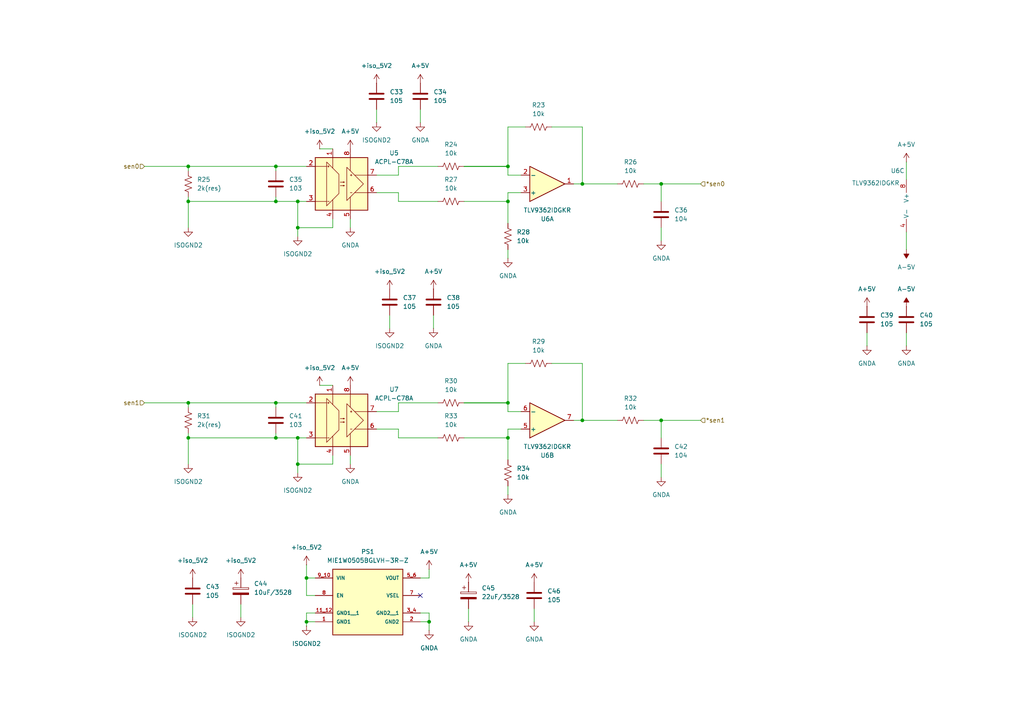
<source format=kicad_sch>
(kicad_sch (version 20250114) (generator "eeschema") (generator_version "9.0")
  (paper "A4")
  (lib_symbols
    (symbol "Isolator_Analog:ACPL-C79A" (pin_names (offset 0) (hide yes))
      (property "Reference" "U" (at -5.08 10.795 0))
      (property "Value" "ACPL-C79A" (at -5.08 8.89 0))
      (symbol "ACPL-C79A_0_1"
        (rectangle (start -7.62 7.62) (end 7.62 -7.62) (stroke (width 0.254)) (fill (type background)))
        (polyline (pts (xy -7.62 5.08) (xy -4.318 5.08)))
        (polyline (pts (xy -7.62 -5.08) (xy -4.318 -5.08)))
        (polyline (pts (xy -4.318 -6.35) (xy -0.762 -2.794) (xy -0.762 2.794) (xy -4.318 6.35) (xy -4.318 -6.35)))
        (polyline (pts (xy -4.064 5.08) (xy -3.556 5.08)))
        (polyline (pts (xy -4.064 -5.08) (xy -3.556 -5.08)))
        (polyline (pts (xy -3.81 5.334) (xy -3.81 4.826)))
        (polyline (pts (xy -2.54 7.62) (xy -2.54 4.572)))
        (polyline (pts (xy -2.54 -7.62) (xy -2.54 -4.572)))
        (polyline (pts (xy -0.381 0.508) (xy 0.889 0.508) (xy 0.508 0.381) (xy 0.508 0.635) (xy 0.889 0.508)))
        (polyline (pts (xy -0.381 -0.508) (xy 0.889 -0.508) (xy 0.508 -0.635) (xy 0.508 -0.381) (xy 0.889 -0.508)))
        (polyline (pts (xy 2.54 7.62) (xy 2.54 3.81)))
        (polyline (pts (xy 2.54 -7.62) (xy 2.54 -3.81)))
        (polyline (pts (xy 2.794 2.794) (xy 2.794 2.286)))
        (polyline (pts (xy 3.048 2.54) (xy 2.54 2.54)))
        (polyline (pts (xy 3.048 -2.54) (xy 2.54 -2.54)))
        (polyline (pts (xy 6.35 0) (xy 1.524 -4.826) (xy 1.524 4.826) (xy 6.35 0)))
        (polyline (pts (xy 7.62 2.54) (xy 3.81 2.54)))
        (polyline (pts (xy 7.62 -2.54) (xy 3.81 -2.54)))
      )
      (symbol "ACPL-C79A_1_1"
        (pin input line (at -10.16 5.08 0) (length 2.54) (name "IN+") (number "2"))
        (pin input line (at -10.16 -5.08 0) (length 2.54) (name "IN-") (number "3"))
        (pin power_in line (at -2.54 10.16 270) (length 2.54) (name "VDD1") (number "1"))
        (pin power_in line (at -2.54 -10.16 90) (length 2.54) (name "GND1") (number "4"))
        (pin power_in line (at 2.54 10.16 270) (length 2.54) (name "VDD2") (number "8"))
        (pin power_in line (at 2.54 -10.16 90) (length 2.54) (name "GND2") (number "5"))
        (pin output line (at 10.16 2.54 180) (length 2.54) (name "OUT+") (number "7"))
        (pin output line (at 10.16 -2.54 180) (length 2.54) (name "OUT-") (number "6"))
      )
    )
    (symbol "common:C" (pin_numbers (hide yes)) (pin_names (offset 0.254))
      (property "Reference" "C" (at 0.635 2.54 0))
      (property "Value" "C" (at 0.635 -2.54 0))
      (symbol "C_0_1"
        (polyline (pts (xy -2.032 0.762) (xy 2.032 0.762)) (stroke (width 0.508)))
        (polyline (pts (xy -2.032 -0.762) (xy 2.032 -0.762)) (stroke (width 0.508)))
      )
      (symbol "C_1_1"
        (pin passive line (at 0 3.81 270) (length 2.794) (name "~") (number "1"))
        (pin passive line (at 0 -3.81 90) (length 2.794) (name "~") (number "2"))
      )
    )
    (symbol "common:C_Polarized" (pin_numbers (hide yes)) (pin_names (offset 0.254))
      (property "Reference" "C" (at 0.635 2.54 0))
      (property "Value" "C_Polarized" (at 0.635 -2.54 0))
      (symbol "C_Polarized_0_1"
        (rectangle (start -2.286 0.508) (end 2.286 1.016))
        (polyline (pts (xy -1.778 2.286) (xy -0.762 2.286)))
        (polyline (pts (xy -1.27 2.794) (xy -1.27 1.778)))
        (rectangle (start 2.286 -0.508) (end -2.286 -1.016) (fill (type outline)))
      )
      (symbol "C_Polarized_1_1"
        (pin passive line (at 0 3.81 270) (length 2.794) (name "~") (number "1"))
        (pin passive line (at 0 -3.81 90) (length 2.794) (name "~") (number "2"))
      )
    )
    (symbol "common:OPAMP_2CH" (pin_names (offset 0.127))
      (property "Reference" "U" (at 0 5.08 0))
      (property "Value" "OPAMP_2CH" (at 0 -5.08 0))
      (symbol "OPAMP_2CH_1_1"
        (polyline (pts (xy -5.08 5.08) (xy 5.08 0) (xy -5.08 -5.08) (xy -5.08 5.08)) (stroke (width 0.254)) (fill (type background)))
        (pin input line (at -7.62 2.54 0) (length 2.54) (name "+") (number "3"))
        (pin input line (at -7.62 -2.54 0) (length 2.54) (name "-") (number "2"))
        (pin output line (at 7.62 0 180) (length 2.54) (name "~") (number "1"))
      )
      (symbol "OPAMP_2CH_2_1"
        (polyline (pts (xy -5.08 5.08) (xy 5.08 0) (xy -5.08 -5.08) (xy -5.08 5.08)) (stroke (width 0.254)) (fill (type background)))
        (pin input line (at -7.62 2.54 0) (length 2.54) (name "+") (number "5"))
        (pin input line (at -7.62 -2.54 0) (length 2.54) (name "-") (number "6"))
        (pin output line (at 7.62 0 180) (length 2.54) (name "~") (number "7"))
      )
      (symbol "OPAMP_2CH_3_1"
        (pin power_in line (at -2.54 7.62 270) (length 3.81) (name "V+") (number "8"))
        (pin power_in line (at -2.54 -7.62 90) (length 3.81) (name "V-") (number "4"))
      )
    )
    (symbol "common:R_US" (pin_numbers (hide yes)) (pin_names (offset 0))
      (property "Reference" "R" (at 2.54 0 90))
      (property "Value" "R_US" (at -2.54 0 90))
      (symbol "R_US_0_1"
        (polyline (pts (xy 0 2.286) (xy 0 2.54)))
        (polyline (pts (xy 0 2.286) (xy 1.016 1.905) (xy 0 1.524) (xy -1.016 1.143) (xy 0 0.762)))
        (polyline (pts (xy 0 0.762) (xy 1.016 0.381) (xy 0 0) (xy -1.016 -0.381) (xy 0 -0.762)))
        (polyline (pts (xy 0 -0.762) (xy 1.016 -1.143) (xy 0 -1.524) (xy -1.016 -1.905) (xy 0 -2.286)))
        (polyline (pts (xy 0 -2.286) (xy 0 -2.54)))
      )
      (symbol "R_US_1_1"
        (pin passive line (at 0 3.81 270) (length 1.27) (name "~") (number "1"))
        (pin passive line (at 0 -3.81 90) (length 1.27) (name "~") (number "2"))
      )
    )
    (symbol "power:+5V" (power) (pin_numbers (hide yes)) (pin_names (offset 0) (hide yes))
      (property "Value" "+5V" (at 0 3.556 0))
      (symbol "+5V_0_1"
        (polyline (pts (xy -0.762 1.27) (xy 0 2.54)))
        (polyline (pts (xy 0 2.54) (xy 0.762 1.27)))
        (polyline (pts (xy 0 0) (xy 0 2.54)))
      )
      (symbol "+5V_1_1"
        (pin power_in line (at 0 0 90) (length 0) (name "~") (number "1"))
      )
    )
    (symbol "power:+5VA" (power) (pin_numbers (hide yes)) (pin_names (offset 0) (hide yes))
      (property "Value" "+5VA" (at 0 3.556 0))
      (symbol "+5VA_0_1"
        (polyline (pts (xy -0.762 1.27) (xy 0 2.54)))
        (polyline (pts (xy 0 2.54) (xy 0.762 1.27)))
        (polyline (pts (xy 0 0) (xy 0 2.54)))
      )
      (symbol "+5VA_1_1"
        (pin power_in line (at 0 0 90) (length 0) (name "~") (number "1"))
      )
    )
    (symbol "power:-5V" (power) (pin_numbers (hide yes)) (pin_names (offset 0) (hide yes))
      (property "Value" "-5V" (at 0 3.556 0))
      (symbol "-5V_0_0"
        (pin power_in line (at 0 0 90) (length 0) (name "~") (number "1"))
      )
      (symbol "-5V_0_1"
        (polyline (pts (xy 0 0) (xy 0 1.27) (xy 0.762 1.27) (xy 0 2.54) (xy -0.762 1.27) (xy 0 1.27)) (fill (type outline)))
      )
    )
    (symbol "power:GND" (power) (pin_numbers (hide yes)) (pin_names (offset 0) (hide yes))
      (property "Value" "GND" (at 0 -3.81 0))
      (symbol "GND_0_1"
        (polyline (pts (xy 0 0) (xy 0 -1.27) (xy 1.27 -1.27) (xy 0 -2.54) (xy -1.27 -1.27) (xy 0 -1.27)))
      )
      (symbol "GND_1_1"
        (pin power_in line (at 0 0 270) (length 0) (name "~") (number "1"))
      )
    )
    (symbol "power:GNDA" (power) (pin_numbers (hide yes)) (pin_names (offset 0) (hide yes))
      (property "Value" "GNDA" (at 0 -3.81 0))
      (symbol "GNDA_0_1"
        (polyline (pts (xy 0 0) (xy 0 -1.27) (xy 1.27 -1.27) (xy 0 -2.54) (xy -1.27 -1.27) (xy 0 -1.27)))
      )
      (symbol "GNDA_1_1"
        (pin power_in line (at 0 0 270) (length 0) (name "~") (number "1"))
      )
    )
    (symbol "power_dcdc:MIE1W0505BGLVH-3R-Z" (pin_names (offset 1.016))
      (property "Reference" "PS" (at -10.16 10.922 0))
      (property "Value" "MIE1W0505BGLVH-3R-Z" (at -10.16 -12.192 0))
      (symbol "MIE1W0505BGLVH-3R-Z_0_0"
        (rectangle (start -10.16 10.16) (end 10.16 -8.89) (stroke (width 0.254)) (fill (type background)))
        (pin input line (at -15.24 7.62 0) (length 5.08) (name "VIN") (number "9_10"))
        (pin input line (at -15.24 2.54 0) (length 5.08) (name "EN") (number "8"))
        (pin power_in line (at -15.24 -2.54 0) (length 5.08) (name "GND1__1") (number "11_12"))
        (pin power_in line (at -15.24 -5.08 0) (length 5.08) (name "GND1") (number "1"))
        (pin passive line (at 15.24 2.54 180) (length 5.08) (name "VSEL") (number "7"))
        (pin power_in line (at 15.24 -2.54 180) (length 5.08) (name "GND2__1") (number "3_4"))
        (pin power_in line (at 15.24 -5.08 180) (length 5.08) (name "GND2") (number "2"))
      )
      (symbol "MIE1W0505BGLVH-3R-Z_1_0"
        (pin passive line (at 15.24 7.62 180) (length 5.08) (name "VOUT") (number "5_6"))
      )
    )
  )
  (junction (at 54.61 58.42))
  (junction (at 147.32 58.42))
  (junction (at 54.61 48.26))
  (junction (at 80.01 127))
  (junction (at 147.32 48.26))
  (junction (at 168.91 53.34))
  (junction (at 147.32 116.84))
  (junction (at 86.36 66.04))
  (junction (at 86.36 134.62))
  (junction (at 54.61 127))
  (junction (at 86.36 58.42))
  (junction (at 147.32 127))
  (junction (at 80.01 116.84))
  (junction (at 80.01 58.42))
  (junction (at 88.9 180.34))
  (junction (at 168.91 121.92))
  (junction (at 86.36 127))
  (junction (at 80.01 48.26))
  (junction (at 191.77 53.34))
  (junction (at 88.9 167.64))
  (junction (at 54.61 116.84))
  (junction (at 191.77 121.92))
  (junction (at 124.46 180.34))
  (no_connect (at 121.92 172.72))
  (wire (pts (xy 121.92 31.75) (xy 121.92 35.56)))
  (wire (pts (xy 147.32 50.8) (xy 147.32 48.26)))
  (wire (pts (xy 168.91 53.34) (xy 166.37 53.34)))
  (wire (pts (xy 168.91 121.92) (xy 166.37 121.92)))
  (wire (pts (xy 80.01 125.73) (xy 80.01 127)))
  (wire (pts (xy 88.9 167.64) (xy 88.9 163.83)))
  (wire (pts (xy 92.71 111.76) (xy 96.52 111.76)))
  (wire (pts (xy 54.61 58.42) (xy 54.61 66.04)))
  (wire (pts (xy 109.22 50.8) (xy 115.57 50.8)))
  (wire (pts (xy 147.32 105.41) (xy 147.32 116.84)))
  (wire (pts (xy 109.22 31.75) (xy 109.22 35.56)))
  (wire (pts (xy 80.01 48.26) (xy 88.9 48.26)))
  (wire (pts (xy 121.92 177.8) (xy 124.46 177.8)))
  (wire (pts (xy 151.13 124.46) (xy 147.32 124.46)))
  (wire (pts (xy 54.61 127) (xy 54.61 134.62)))
  (wire (pts (xy 147.32 72.39) (xy 147.32 74.93)))
  (wire (pts (xy 154.94 176.53) (xy 154.94 180.34)))
  (wire (pts (xy 191.77 134.62) (xy 191.77 138.43)))
  (wire (pts (xy 124.46 180.34) (xy 124.46 182.88)))
  (wire (pts (xy 101.6 63.5) (xy 101.6 66.04)))
  (wire (pts (xy 151.13 50.8) (xy 147.32 50.8)))
  (wire (pts (xy 124.46 177.8) (xy 124.46 180.34)))
  (wire (pts (xy 121.92 180.34) (xy 124.46 180.34)))
  (wire (pts (xy 86.36 58.42) (xy 88.9 58.42)))
  (wire (pts (xy 251.46 96.52) (xy 251.46 100.33)))
  (wire (pts (xy 115.57 119.38) (xy 115.57 116.84)))
  (wire (pts (xy 96.52 134.62) (xy 86.36 134.62)))
  (wire (pts (xy 80.01 57.15) (xy 80.01 58.42)))
  (wire (pts (xy 191.77 121.92) (xy 203.2 121.92)))
  (wire (pts (xy 151.13 119.38) (xy 147.32 119.38)))
  (wire (pts (xy 54.61 116.84) (xy 80.01 116.84)))
  (wire (pts (xy 147.32 140.97) (xy 147.32 143.51)))
  (wire (pts (xy 151.13 55.88) (xy 147.32 55.88)))
  (wire (pts (xy 135.89 176.53) (xy 135.89 180.34)))
  (wire (pts (xy 80.01 127) (xy 86.36 127)))
  (wire (pts (xy 86.36 134.62) (xy 86.36 137.16)))
  (wire (pts (xy 191.77 53.34) (xy 191.77 58.42)))
  (wire (pts (xy 147.32 127) (xy 147.32 133.35)))
  (wire (pts (xy 88.9 177.8) (xy 88.9 180.34)))
  (wire (pts (xy 191.77 121.92) (xy 191.77 127)))
  (wire (pts (xy 88.9 180.34) (xy 88.9 181.61)))
  (wire (pts (xy 147.32 55.88) (xy 147.32 58.42)))
  (wire (pts (xy 86.36 134.62) (xy 86.36 127)))
  (wire (pts (xy 134.62 58.42) (xy 147.32 58.42)))
  (wire (pts (xy 147.32 119.38) (xy 147.32 116.84)))
  (wire (pts (xy 152.4 105.41) (xy 147.32 105.41)))
  (wire (pts (xy 80.01 58.42) (xy 86.36 58.42)))
  (wire (pts (xy 147.32 58.42) (xy 147.32 64.77)))
  (wire (pts (xy 262.89 96.52) (xy 262.89 100.33)))
  (wire (pts (xy 96.52 132.08) (xy 96.52 134.62)))
  (wire (pts (xy 134.62 116.84) (xy 147.32 116.84)) (stroke (width 0.254)))
  (wire (pts (xy 80.01 116.84) (xy 80.01 118.11)))
  (wire (pts (xy 160.02 36.83) (xy 168.91 36.83)))
  (wire (pts (xy 115.57 48.26) (xy 127 48.26)))
  (wire (pts (xy 54.61 127) (xy 80.01 127)))
  (wire (pts (xy 54.61 58.42) (xy 80.01 58.42)))
  (wire (pts (xy 86.36 66.04) (xy 86.36 58.42)))
  (wire (pts (xy 86.36 66.04) (xy 86.36 68.58)))
  (wire (pts (xy 186.69 53.34) (xy 191.77 53.34)))
  (wire (pts (xy 113.03 91.44) (xy 113.03 95.25)))
  (wire (pts (xy 88.9 172.72) (xy 88.9 167.64)))
  (wire (pts (xy 125.73 91.44) (xy 125.73 95.25)))
  (wire (pts (xy 124.46 167.64) (xy 121.92 167.64)))
  (wire (pts (xy 124.46 165.1) (xy 124.46 167.64)))
  (wire (pts (xy 96.52 66.04) (xy 86.36 66.04)))
  (wire (pts (xy 147.32 124.46) (xy 147.32 127)))
  (wire (pts (xy 54.61 125.73) (xy 54.61 127)))
  (wire (pts (xy 91.44 177.8) (xy 88.9 177.8)))
  (wire (pts (xy 115.57 124.46) (xy 109.22 124.46)))
  (wire (pts (xy 54.61 116.84) (xy 54.61 118.11)))
  (wire (pts (xy 147.32 36.83) (xy 147.32 48.26)))
  (wire (pts (xy 191.77 66.04) (xy 191.77 69.85)))
  (wire (pts (xy 168.91 53.34) (xy 179.07 53.34)))
  (wire (pts (xy 186.69 121.92) (xy 191.77 121.92)))
  (wire (pts (xy 115.57 58.42) (xy 115.57 55.88)))
  (wire (pts (xy 101.6 132.08) (xy 101.6 134.62)))
  (wire (pts (xy 69.85 175.26) (xy 69.85 179.07)))
  (wire (pts (xy 92.71 43.18) (xy 96.52 43.18)))
  (wire (pts (xy 262.89 46.99) (xy 262.89 52.07)))
  (wire (pts (xy 86.36 127) (xy 88.9 127)))
  (wire (pts (xy 115.57 55.88) (xy 109.22 55.88)))
  (wire (pts (xy 191.77 53.34) (xy 203.2 53.34)))
  (wire (pts (xy 54.61 48.26) (xy 54.61 49.53)))
  (wire (pts (xy 41.91 48.26) (xy 54.61 48.26)))
  (wire (pts (xy 152.4 36.83) (xy 147.32 36.83)))
  (wire (pts (xy 160.02 105.41) (xy 168.91 105.41)))
  (wire (pts (xy 115.57 127) (xy 115.57 124.46)))
  (wire (pts (xy 54.61 48.26) (xy 80.01 48.26)))
  (wire (pts (xy 168.91 36.83) (xy 168.91 53.34)))
  (wire (pts (xy 91.44 172.72) (xy 88.9 172.72)))
  (wire (pts (xy 168.91 105.41) (xy 168.91 121.92)))
  (wire (pts (xy 115.57 127) (xy 127 127)))
  (wire (pts (xy 115.57 58.42) (xy 127 58.42)))
  (wire (pts (xy 134.62 127) (xy 147.32 127)))
  (wire (pts (xy 91.44 180.34) (xy 88.9 180.34)))
  (wire (pts (xy 80.01 116.84) (xy 88.9 116.84)))
  (wire (pts (xy 109.22 119.38) (xy 115.57 119.38)))
  (wire (pts (xy 115.57 116.84) (xy 127 116.84)))
  (wire (pts (xy 91.44 167.64) (xy 88.9 167.64)))
  (wire (pts (xy 54.61 57.15) (xy 54.61 58.42)))
  (wire (pts (xy 168.91 121.92) (xy 179.07 121.92)))
  (wire (pts (xy 96.52 63.5) (xy 96.52 66.04)))
  (wire (pts (xy 55.88 175.26) (xy 55.88 179.07)))
  (wire (pts (xy 115.57 50.8) (xy 115.57 48.26)))
  (wire (pts (xy 41.91 116.84) (xy 54.61 116.84)))
  (wire (pts (xy 262.89 67.31) (xy 262.89 72.39)))
  (wire (pts (xy 134.62 48.26) (xy 147.32 48.26)) (stroke (width 0.254)))
  (wire (pts (xy 80.01 48.26) (xy 80.01 49.53)))
  (hierarchical_label "*sen0" (shape input) (at 203.2 53.34 0))
  (hierarchical_label "sen1" (shape input) (at 41.91 116.84 180))
  (hierarchical_label "sen0" (shape input) (at 41.91 48.26 180))
  (hierarchical_label "*sen1" (shape input) (at 203.2 121.92 0))
  (symbol (lib_id "common:C") (at 125.73 87.63 0) (unit 1)
    (property "Reference" "C38" (at 129.54 86.3599 0) (effects (justify left)))
    (property "Value" "105" (at 129.54 88.8999 0) (effects (justify left)))
    (property "Footprint" "Capacitor_SMD:C_0603_1608Metric" (effects (hide yes)))
    (property "Description" "Unpolarized capacitor" (effects (hide yes)))
    (property "Part Number" "any" (effects (hide yes)))
    (property "Manufacturer" "any" (effects (hide yes)))
  )
  (symbol (lib_id "common:R_US") (at 130.81 116.84 90) (unit 1)
    (property "Reference" "R30" (at 130.81 110.49 90))
    (property "Value" "10k" (at 130.81 113.03 90))
    (property "Footprint" "Resistor_SMD:R_0603_1608Metric" (effects (hide yes)))
    (property "Description" "Resistor, US symbol" (effects (hide yes)))
  )
  (symbol (lib_id "common:C_Polarized") (at 69.85 171.45 0) (unit 1)
    (property "Reference" "C44" (at 73.66 169.2909 0) (effects (justify left)))
    (property "Value" "10uF/3528" (at 73.66 171.8309 0) (effects (justify left)))
    (property "Footprint" "Capacitor_Tantalum_SMD:CP_EIA-3528-12_Kemet-T" (effects (hide yes)))
    (property "Description" "Polarized capacitor" (effects (hide yes)))
  )
  (symbol (lib_id "power:GND") (at 109.22 35.56 0) (unit 1)
    (property "Reference" "#PWR052" (effects (hide yes)))
    (property "Value" "ISOGND2" (at 109.22 40.64 0))
    (property "Description" "Power symbol creates a global label with name \"GND\" , ground" (effects (hide yes)))
  )
  (symbol (lib_id "common:R_US") (at 182.88 53.34 90) (unit 1)
    (property "Reference" "R26" (at 182.88 46.99 90))
    (property "Value" "10k" (at 182.88 49.53 90))
    (property "Footprint" "Resistor_SMD:R_0603_1608Metric" (effects (hide yes)))
    (property "Description" "Resistor, US symbol" (effects (hide yes)))
  )
  (symbol (lib_id "common:C") (at 121.92 27.94 0) (unit 1)
    (property "Reference" "C34" (at 125.73 26.6699 0) (effects (justify left)))
    (property "Value" "105" (at 125.73 29.2099 0) (effects (justify left)))
    (property "Footprint" "Capacitor_SMD:C_0603_1608Metric" (effects (hide yes)))
    (property "Description" "Unpolarized capacitor" (effects (hide yes)))
    (property "Part Number" "any" (effects (hide yes)))
    (property "Manufacturer" "any" (effects (hide yes)))
  )
  (symbol (lib_id "power:GNDA") (at 135.89 180.34 0) (unit 1)
    (property "Reference" "#PWR086" (effects (hide yes)))
    (property "Value" "GNDA" (at 135.89 185.42 0))
    (property "Description" "Power symbol creates a global label with name \"GNDA\" , analog ground" (effects (hide yes)))
  )
  (symbol (lib_id "power:GNDA") (at 154.94 180.34 0) (unit 1)
    (property "Reference" "#PWR087" (effects (hide yes)))
    (property "Value" "GNDA" (at 154.94 185.42 0))
    (property "Description" "Power symbol creates a global label with name \"GNDA\" , analog ground" (effects (hide yes)))
  )
  (symbol (lib_id "power:+5VA") (at 113.03 83.82 0) (unit 1)
    (property "Reference" "#PWR063" (effects (hide yes)))
    (property "Value" "+iso_5V2" (at 113.03 78.74 0))
    (property "Description" "Power symbol creates a global label with name \"+5VA\"" (effects (hide yes)))
  )
  (symbol (lib_id "power:GNDA") (at 147.32 74.93 0) (unit 1)
    (property "Reference" "#PWR062" (effects (hide yes)))
    (property "Value" "GNDA" (at 147.32 80.01 0))
    (property "Description" "Power symbol creates a global label with name \"GNDA\" , analog ground" (effects (hide yes)))
  )
  (symbol (lib_id "power:+5V") (at 101.6 43.18 0) (unit 1)
    (property "Reference" "#PWR055" (effects (hide yes)))
    (property "Value" "A+5V" (at 101.6 38.1 0))
    (property "Description" "Power symbol creates a global label with name \"+5V\"" (effects (hide yes)))
  )
  (symbol (lib_id "power:GND") (at 69.85 179.07 0) (unit 1)
    (property "Reference" "#PWR085" (effects (hide yes)))
    (property "Value" "ISOGND2" (at 69.85 184.15 0))
    (property "Description" "Power symbol creates a global label with name \"GND\" , ground" (effects (hide yes)))
  )
  (symbol (lib_id "power:GND") (at 86.36 68.58 0) (unit 1)
    (property "Reference" "#PWR059" (effects (hide yes)))
    (property "Value" "ISOGND2" (at 86.36 73.66 0))
    (property "Description" "Power symbol creates a global label with name \"GND\" , ground" (effects (hide yes)))
  )
  (symbol (lib_id "power:+5V") (at 124.46 165.1 0) (unit 1)
    (property "Reference" "#PWR079" (effects (hide yes)))
    (property "Value" "A+5V" (at 124.46 160.02 0))
    (property "Description" "Power symbol creates a global label with name \"+5V\"" (effects (hide yes)))
  )
  (symbol (lib_id "common:R_US") (at 182.88 121.92 90) (unit 1)
    (property "Reference" "R32" (at 182.88 115.57 90))
    (property "Value" "10k" (at 182.88 118.11 90))
    (property "Footprint" "Resistor_SMD:R_0603_1608Metric" (effects (hide yes)))
    (property "Description" "Resistor, US symbol" (effects (hide yes)))
  )
  (symbol (lib_id "common:R_US") (at 147.32 68.58 180) (unit 1)
    (property "Reference" "R28" (at 149.86 67.3099 0) (effects (justify right)))
    (property "Value" "10k" (at 149.86 69.8499 0) (effects (justify right)))
    (property "Footprint" "Resistor_SMD:R_0603_1608Metric" (effects (hide yes)))
    (property "Description" "Resistor, US symbol" (effects (hide yes)))
  )
  (symbol (lib_id "common:C") (at 109.22 27.94 0) (unit 1)
    (property "Reference" "C33" (at 113.03 26.6699 0) (effects (justify left)))
    (property "Value" "105" (at 113.03 29.2099 0) (effects (justify left)))
    (property "Footprint" "Capacitor_SMD:C_0603_1608Metric" (effects (hide yes)))
    (property "Description" "Unpolarized capacitor" (effects (hide yes)))
    (property "Part Number" "any" (effects (hide yes)))
    (property "Manufacturer" "any" (effects (hide yes)))
  )
  (symbol (lib_id "common:R_US") (at 156.21 105.41 90) (unit 1)
    (property "Reference" "R29" (at 156.21 99.06 90))
    (property "Value" "10k" (at 156.21 101.6 90))
    (property "Footprint" "Resistor_SMD:R_0603_1608Metric" (effects (hide yes)))
    (property "Description" "Resistor, US symbol" (effects (hide yes)))
  )
  (symbol (lib_id "power:GNDA") (at 121.92 35.56 0) (unit 1)
    (property "Reference" "#PWR053" (effects (hide yes)))
    (property "Value" "GNDA" (at 121.92 40.64 0))
    (property "Description" "Power symbol creates a global label with name \"GNDA\" , analog ground" (effects (hide yes)))
  )
  (symbol (lib_id "common:OPAMP_2CH") (at 158.75 121.92 0) (mirror x) (unit 2)
    (property "Reference" "U6" (at 158.75 132.08 0))
    (property "Value" "TLV9362IDGKR" (at 158.75 129.54 0))
    (property "Footprint" "Package_SO:VSSOP-8_3x3mm_P0.65mm" (effects (hide yes)))
    (property "Datasheet" "http://www.ti.com/lit/ds/symlink/lm358.pdf" (effects (hide yes)))
    (property "Description" "Dual Operational Amplifiers, DIP-8/SOIC-8/TSSOP-8/VSSOP-8" (effects (hide yes)))
  )
  (symbol (lib_id "power:+5VA") (at 109.22 24.13 0) (unit 1)
    (property "Reference" "#PWR050" (effects (hide yes)))
    (property "Value" "+iso_5V2" (at 109.22 19.05 0))
    (property "Description" "Power symbol creates a global label with name \"+5VA\"" (effects (hide yes)))
  )
  (symbol (lib_id "power:-5V") (at 262.89 72.39 180) (unit 1)
    (property "Reference" "#PWR061" (effects (hide yes)))
    (property "Value" "A-5V" (at 262.89 77.47 0))
    (property "Description" "Power symbol creates a global label with name \"-5V\"" (effects (hide yes)))
  )
  (symbol (lib_id "power:GND") (at 86.36 137.16 0) (unit 1)
    (property "Reference" "#PWR075" (effects (hide yes)))
    (property "Value" "ISOGND2" (at 86.36 142.24 0))
    (property "Description" "Power symbol creates a global label with name \"GND\" , ground" (effects (hide yes)))
  )
  (symbol (lib_id "common:C") (at 262.89 92.71 0) (unit 1)
    (property "Reference" "C40" (at 266.7 91.4399 0) (effects (justify left)))
    (property "Value" "105" (at 266.7 93.9799 0) (effects (justify left)))
    (property "Footprint" "Capacitor_SMD:C_0603_1608Metric" (effects (hide yes)))
    (property "Description" "Unpolarized capacitor" (effects (hide yes)))
    (property "Part Number" "any" (effects (hide yes)))
    (property "Manufacturer" "any" (effects (hide yes)))
  )
  (symbol (lib_id "power:GNDA") (at 101.6 66.04 0) (unit 1)
    (property "Reference" "#PWR058" (effects (hide yes)))
    (property "Value" "GNDA" (at 101.6 71.12 0))
    (property "Description" "Power symbol creates a global label with name \"GNDA\" , analog ground" (effects (hide yes)))
  )
  (symbol (lib_id "power:+5VA") (at 92.71 111.76 0) (unit 1)
    (property "Reference" "#PWR071" (effects (hide yes)))
    (property "Value" "+iso_5V2" (at 92.71 106.68 0))
    (property "Description" "Power symbol creates a global label with name \"+5VA\"" (effects (hide yes)))
  )
  (symbol (lib_id "power:+5VA") (at 88.9 163.83 0) (unit 1)
    (property "Reference" "#PWR078" (effects (hide yes)))
    (property "Value" "+iso_5V2" (at 88.9 158.75 0))
    (property "Description" "Power symbol creates a global label with name \"+5VA\"" (effects (hide yes)))
  )
  (symbol (lib_id "common:C") (at 55.88 171.45 0) (unit 1)
    (property "Reference" "C43" (at 59.69 170.1799 0) (effects (justify left)))
    (property "Value" "105" (at 59.69 172.7199 0) (effects (justify left)))
    (property "Footprint" "Capacitor_SMD:C_0603_1608Metric" (effects (hide yes)))
    (property "Description" "Unpolarized capacitor" (effects (hide yes)))
    (property "Part Number" "any" (effects (hide yes)))
    (property "Manufacturer" "any" (effects (hide yes)))
  )
  (symbol (lib_id "common:R_US") (at 147.32 137.16 180) (unit 1)
    (property "Reference" "R34" (at 149.86 135.8899 0) (effects (justify right)))
    (property "Value" "10k" (at 149.86 138.4299 0) (effects (justify right)))
    (property "Footprint" "Resistor_SMD:R_0603_1608Metric" (effects (hide yes)))
    (property "Description" "Resistor, US symbol" (effects (hide yes)))
  )
  (symbol (lib_id "common:C") (at 154.94 172.72 0) (unit 1)
    (property "Reference" "C46" (at 158.75 171.4499 0) (effects (justify left)))
    (property "Value" "105" (at 158.75 173.9899 0) (effects (justify left)))
    (property "Footprint" "Capacitor_SMD:C_0603_1608Metric" (effects (hide yes)))
    (property "Description" "Unpolarized capacitor" (effects (hide yes)))
    (property "Part Number" "any" (effects (hide yes)))
    (property "Manufacturer" "any" (effects (hide yes)))
  )
  (symbol (lib_id "power:GNDA") (at 101.6 134.62 0) (unit 1)
    (property "Reference" "#PWR074" (effects (hide yes)))
    (property "Value" "GNDA" (at 101.6 139.7 0))
    (property "Description" "Power symbol creates a global label with name \"GNDA\" , analog ground" (effects (hide yes)))
  )
  (symbol (lib_id "common:R_US") (at 54.61 53.34 0) (unit 1)
    (property "Reference" "R25" (at 57.15 52.0699 0) (effects (justify left)))
    (property "Value" "2k(res)" (at 57.15 54.6099 0) (effects (justify left)))
    (property "Footprint" "Resistor_SMD:R_0603_1608Metric" (effects (hide yes)))
    (property "Description" "Resistor, US symbol" (effects (hide yes)))
  )
  (symbol (lib_id "common:C") (at 191.77 62.23 0) (unit 1)
    (property "Reference" "C36" (at 195.58 60.9599 0) (effects (justify left)))
    (property "Value" "104" (at 195.58 63.4999 0) (effects (justify left)))
    (property "Footprint" "Capacitor_SMD:C_0603_1608Metric" (effects (hide yes)))
    (property "Description" "Unpolarized capacitor" (effects (hide yes)))
    (property "Part Number" "any" (effects (hide yes)))
    (property "Manufacturer" "any" (effects (hide yes)))
  )
  (symbol (lib_id "common:C") (at 191.77 130.81 0) (unit 1)
    (property "Reference" "C42" (at 195.58 129.5399 0) (effects (justify left)))
    (property "Value" "104" (at 195.58 132.0799 0) (effects (justify left)))
    (property "Footprint" "Capacitor_SMD:C_0603_1608Metric" (effects (hide yes)))
    (property "Description" "Unpolarized capacitor" (effects (hide yes)))
    (property "Part Number" "any" (effects (hide yes)))
    (property "Manufacturer" "any" (effects (hide yes)))
  )
  (symbol (lib_id "power:GNDA") (at 251.46 100.33 0) (unit 1)
    (property "Reference" "#PWR069" (effects (hide yes)))
    (property "Value" "GNDA" (at 251.46 105.41 0))
    (property "Description" "Power symbol creates a global label with name \"GNDA\" , analog ground" (effects (hide yes)))
  )
  (symbol (lib_id "power:GND") (at 113.03 95.25 0) (unit 1)
    (property "Reference" "#PWR067" (effects (hide yes)))
    (property "Value" "ISOGND2" (at 113.03 100.33 0))
    (property "Description" "Power symbol creates a global label with name \"GND\" , ground" (effects (hide yes)))
  )
  (symbol (lib_id "power:+5V") (at 121.92 24.13 0) (unit 1)
    (property "Reference" "#PWR051" (effects (hide yes)))
    (property "Value" "A+5V" (at 121.92 19.05 0))
    (property "Description" "Power symbol creates a global label with name \"+5V\"" (effects (hide yes)))
  )
  (symbol (lib_id "common:R_US") (at 130.81 58.42 90) (unit 1)
    (property "Reference" "R27" (at 130.81 52.07 90))
    (property "Value" "10k" (at 130.81 54.61 90))
    (property "Footprint" "Resistor_SMD:R_0603_1608Metric" (effects (hide yes)))
    (property "Description" "Resistor, US symbol" (effects (hide yes)))
  )
  (symbol (lib_id "power:+5VA") (at 92.71 43.18 0) (unit 1)
    (property "Reference" "#PWR054" (effects (hide yes)))
    (property "Value" "+iso_5V2" (at 92.71 38.1 0))
    (property "Description" "Power symbol creates a global label with name \"+5VA\"" (effects (hide yes)))
  )
  (symbol (lib_id "common:C_Polarized") (at 135.89 172.72 0) (unit 1)
    (property "Reference" "C45" (at 139.7 170.5609 0) (effects (justify left)))
    (property "Value" "22uF/3528" (at 139.7 173.1009 0) (effects (justify left)))
    (property "Footprint" "Capacitor_Tantalum_SMD:CP_EIA-3528-12_Kemet-T" (effects (hide yes)))
    (property "Description" "Polarized capacitor" (effects (hide yes)))
  )
  (symbol (lib_id "power:GNDA") (at 191.77 138.43 0) (unit 1)
    (property "Reference" "#PWR076" (effects (hide yes)))
    (property "Value" "GNDA" (at 191.77 143.51 0))
    (property "Description" "Power symbol creates a global label with name \"GNDA\" , analog ground" (effects (hide yes)))
  )
  (symbol (lib_id "common:R_US") (at 54.61 121.92 0) (unit 1)
    (property "Reference" "R31" (at 57.15 120.6499 0) (effects (justify left)))
    (property "Value" "2k(res)" (at 57.15 123.1899 0) (effects (justify left)))
    (property "Footprint" "Resistor_SMD:R_0603_1608Metric" (effects (hide yes)))
    (property "Description" "Resistor, US symbol" (effects (hide yes)))
  )
  (symbol (lib_id "common:C") (at 80.01 53.34 0) (unit 1)
    (property "Reference" "C35" (at 83.82 52.0699 0) (effects (justify left)))
    (property "Value" "103" (at 83.82 54.6099 0) (effects (justify left)))
    (property "Footprint" "Capacitor_SMD:C_0603_1608Metric" (effects (hide yes)))
    (property "Description" "Unpolarized capacitor" (effects (hide yes)))
    (property "Part Number" "any" (effects (hide yes)))
    (property "Manufacturer" "any" (effects (hide yes)))
  )
  (symbol (lib_id "power:GND") (at 54.61 134.62 0) (unit 1)
    (property "Reference" "#PWR073" (effects (hide yes)))
    (property "Value" "ISOGND2" (at 54.61 139.7 0))
    (property "Description" "Power symbol creates a global label with name \"GND\" , ground" (effects (hide yes)))
  )
  (symbol (lib_id "power:GND") (at 55.88 179.07 0) (unit 1)
    (property "Reference" "#PWR084" (effects (hide yes)))
    (property "Value" "ISOGND2" (at 55.88 184.15 0))
    (property "Description" "Power symbol creates a global label with name \"GND\" , ground" (effects (hide yes)))
  )
  (symbol (lib_id "common:C") (at 251.46 92.71 0) (unit 1)
    (property "Reference" "C39" (at 255.27 91.4399 0) (effects (justify left)))
    (property "Value" "105" (at 255.27 93.9799 0) (effects (justify left)))
    (property "Footprint" "Capacitor_SMD:C_0603_1608Metric" (effects (hide yes)))
    (property "Description" "Unpolarized capacitor" (effects (hide yes)))
    (property "Part Number" "any" (effects (hide yes)))
    (property "Manufacturer" "any" (effects (hide yes)))
  )
  (symbol (lib_id "power:+5V") (at 125.73 83.82 0) (unit 1)
    (property "Reference" "#PWR064" (effects (hide yes)))
    (property "Value" "A+5V" (at 125.73 78.74 0))
    (property "Description" "Power symbol creates a global label with name \"+5V\"" (effects (hide yes)))
  )
  (symbol (lib_id "power:GNDA") (at 147.32 143.51 0) (unit 1)
    (property "Reference" "#PWR077" (effects (hide yes)))
    (property "Value" "GNDA" (at 147.32 148.59 0))
    (property "Description" "Power symbol creates a global label with name \"GNDA\" , analog ground" (effects (hide yes)))
  )
  (symbol (lib_id "common:C") (at 113.03 87.63 0) (unit 1)
    (property "Reference" "C37" (at 116.84 86.3599 0) (effects (justify left)))
    (property "Value" "105" (at 116.84 88.8999 0) (effects (justify left)))
    (property "Footprint" "Capacitor_SMD:C_0603_1608Metric" (effects (hide yes)))
    (property "Description" "Unpolarized capacitor" (effects (hide yes)))
    (property "Part Number" "any" (effects (hide yes)))
    (property "Manufacturer" "any" (effects (hide yes)))
  )
  (symbol (lib_id "common:R_US") (at 130.81 127 90) (unit 1)
    (property "Reference" "R33" (at 130.81 120.65 90))
    (property "Value" "10k" (at 130.81 123.19 90))
    (property "Footprint" "Resistor_SMD:R_0603_1608Metric" (effects (hide yes)))
    (property "Description" "Resistor, US symbol" (effects (hide yes)))
  )
  (symbol (lib_id "power:GND") (at 54.61 66.04 0) (unit 1)
    (property "Reference" "#PWR057" (effects (hide yes)))
    (property "Value" "ISOGND2" (at 54.61 71.12 0))
    (property "Description" "Power symbol creates a global label with name \"GND\" , ground" (effects (hide yes)))
  )
  (symbol (lib_id "power:GNDA") (at 125.73 95.25 0) (unit 1)
    (property "Reference" "#PWR068" (effects (hide yes)))
    (property "Value" "GNDA" (at 125.73 100.33 0))
    (property "Description" "Power symbol creates a global label with name \"GNDA\" , analog ground" (effects (hide yes)))
  )
  (symbol (lib_id "common:C") (at 80.01 121.92 0) (unit 1)
    (property "Reference" "C41" (at 83.82 120.6499 0) (effects (justify left)))
    (property "Value" "103" (at 83.82 123.1899 0) (effects (justify left)))
    (property "Footprint" "Capacitor_SMD:C_0603_1608Metric" (effects (hide yes)))
    (property "Description" "Unpolarized capacitor" (effects (hide yes)))
    (property "Part Number" "any" (effects (hide yes)))
    (property "Manufacturer" "any" (effects (hide yes)))
  )
  (symbol (lib_id "power:+5V") (at 101.6 111.76 0) (unit 1)
    (property "Reference" "#PWR072" (effects (hide yes)))
    (property "Value" "A+5V" (at 101.6 106.68 0))
    (property "Description" "Power symbol creates a global label with name \"+5V\"" (effects (hide yes)))
  )
  (symbol (lib_id "common:OPAMP_2CH") (at 260.35 59.69 0) (mirror y) (unit 3)
    (property "Reference" "U6" (at 260.35 49.53 0))
    (property "Value" "TLV9362IDGKR" (at 254 53.086 0))
    (property "Footprint" "Package_SO:VSSOP-8_3x3mm_P0.65mm" (effects (hide yes)))
    (property "Datasheet" "http://www.ti.com/lit/ds/symlink/lm358.pdf" (effects (hide yes)))
    (property "Description" "Dual Operational Amplifiers, DIP-8/SOIC-8/TSSOP-8/VSSOP-8" (effects (hide yes)))
  )
  (symbol (lib_id "common:R_US") (at 156.21 36.83 90) (unit 1)
    (property "Reference" "R23" (at 156.21 30.48 90))
    (property "Value" "10k" (at 156.21 33.02 90))
    (property "Footprint" "Resistor_SMD:R_0603_1608Metric" (effects (hide yes)))
    (property "Description" "Resistor, US symbol" (effects (hide yes)))
  )
  (symbol (lib_id "power:+5V") (at 262.89 46.99 0) (unit 1)
    (property "Reference" "#PWR056" (effects (hide yes)))
    (property "Value" "A+5V" (at 262.89 41.91 0))
    (property "Description" "Power symbol creates a global label with name \"+5V\"" (effects (hide yes)))
  )
  (symbol (lib_id "power:-5V") (at 262.89 88.9 0) (unit 1)
    (property "Reference" "#PWR066" (effects (hide yes)))
    (property "Value" "A-5V" (at 262.89 83.82 0))
    (property "Description" "Power symbol creates a global label with name \"-5V\"" (effects (hide yes)))
  )
  (symbol (lib_id "power:+5V") (at 251.46 88.9 0) (unit 1)
    (property "Reference" "#PWR065" (effects (hide yes)))
    (property "Value" "A+5V" (at 251.46 83.82 0))
    (property "Description" "Power symbol creates a global label with name \"+5V\"" (effects (hide yes)))
  )
  (symbol (lib_id "common:OPAMP_2CH") (at 158.75 53.34 0) (mirror x) (unit 1)
    (property "Reference" "U6" (at 158.75 63.5 0))
    (property "Value" "TLV9362IDGKR" (at 158.75 60.96 0))
    (property "Footprint" "Package_SO:VSSOP-8_3x3mm_P0.65mm" (effects (hide yes)))
    (property "Datasheet" "http://www.ti.com/lit/ds/symlink/lm358.pdf" (effects (hide yes)))
    (property "Description" "Dual Operational Amplifiers, DIP-8/SOIC-8/TSSOP-8/VSSOP-8" (effects (hide yes)))
  )
  (symbol (lib_id "common:R_US") (at 130.81 48.26 90) (unit 1)
    (property "Reference" "R24" (at 130.81 41.91 90))
    (property "Value" "10k" (at 130.81 44.45 90))
    (property "Footprint" "Resistor_SMD:R_0603_1608Metric" (effects (hide yes)))
    (property "Description" "Resistor, US symbol" (effects (hide yes)))
  )
  (symbol (lib_id "power:GNDA") (at 191.77 69.85 0) (unit 1)
    (property "Reference" "#PWR060" (effects (hide yes)))
    (property "Value" "GNDA" (at 191.77 74.93 0))
    (property "Description" "Power symbol creates a global label with name \"GNDA\" , analog ground" (effects (hide yes)))
  )
  (symbol (lib_id "power:+5VA") (at 69.85 167.64 0) (unit 1)
    (property "Reference" "#PWR081" (effects (hide yes)))
    (property "Value" "+iso_5V2" (at 69.85 162.56 0))
    (property "Description" "Power symbol creates a global label with name \"+5VA\"" (effects (hide yes)))
  )
  (symbol (lib_id "power_dcdc:MIE1W0505BGLVH-3R-Z") (at 106.68 175.26 0) (unit 1)
    (property "Reference" "PS1" (at 106.68 160.02 0))
    (property "Value" "MIE1W0505BGLVH-3R-Z" (at 106.68 162.56 0))
    (property "Footprint" "power_dcdc:CONV_MIE1W0505BGLVH-3R-Z" (effects (hide yes)))
    (property "PARTREV" "0.8" (effects (hide yes)))
    (property "STANDARD" "Manufacturer Recommendations" (effects (hide yes)))
    (property "MAXIMUM_PACKAGE_HEIGHT" "1.28mm" (effects (hide yes)))
    (property "MANUFACTURER" "Monolithic Power Systems Inc." (effects (hide yes)))
  )
  (symbol (lib_id "Isolator_Analog:ACPL-C79A") (at 99.06 53.34 0) (unit 1)
    (property "Reference" "U5" (at 114.3 44.3798 0))
    (property "Value" "ACPL-C78A" (at 114.3 46.9198 0))
    (property "Footprint" "Package_SO:SSO-8_6.8x5.9mm_P1.27mm_Clearance8mm" (effects (hide yes)))
    (property "Datasheet" "http://docs.avagotech.com/docs/AV02-2460EN" (effects (hide yes)))
    (property "Description" "Precision Isolation Amplifer, ±1% Gain Tolerance, Bandwidth 200kHz, SSO-8" (effects (hide yes)))
  )
  (symbol (lib_id "power:+5V") (at 135.89 168.91 0) (unit 1)
    (property "Reference" "#PWR082" (effects (hide yes)))
    (property "Value" "A+5V" (at 135.89 163.83 0))
    (property "Description" "Power symbol creates a global label with name \"+5V\"" (effects (hide yes)))
  )
  (symbol (lib_id "power:+5V") (at 154.94 168.91 0) (unit 1)
    (property "Reference" "#PWR083" (effects (hide yes)))
    (property "Value" "A+5V" (at 154.94 163.83 0))
    (property "Description" "Power symbol creates a global label with name \"+5V\"" (effects (hide yes)))
  )
  (symbol (lib_id "Isolator_Analog:ACPL-C79A") (at 99.06 121.92 0) (unit 1)
    (property "Reference" "U7" (at 114.3 112.9598 0))
    (property "Value" "ACPL-C78A" (at 114.3 115.4998 0))
    (property "Footprint" "Package_SO:SSO-8_6.8x5.9mm_P1.27mm_Clearance8mm" (effects (hide yes)))
    (property "Datasheet" "http://docs.avagotech.com/docs/AV02-2460EN" (effects (hide yes)))
    (property "Description" "Precision Isolation Amplifer, ±1% Gain Tolerance, Bandwidth 200kHz, SSO-8" (effects (hide yes)))
  )
  (symbol (lib_id "power:GNDA") (at 124.46 182.88 0) (unit 1)
    (property "Reference" "#PWR089" (effects (hide yes)))
    (property "Value" "GNDA" (at 124.46 187.96 0))
    (property "Description" "Power symbol creates a global label with name \"GNDA\" , analog ground" (effects (hide yes)))
  )
  (symbol (lib_id "power:GND") (at 88.9 181.61 0) (unit 1)
    (property "Reference" "#PWR088" (effects (hide yes)))
    (property "Value" "ISOGND2" (at 88.9 186.69 0))
    (property "Description" "Power symbol creates a global label with name \"GND\" , ground" (effects (hide yes)))
  )
  (symbol (lib_id "power:GNDA") (at 262.89 100.33 0) (unit 1)
    (property "Reference" "#PWR070" (effects (hide yes)))
    (property "Value" "GNDA" (at 262.89 105.41 0))
    (property "Description" "Power symbol creates a global label with name \"GNDA\" , analog ground" (effects (hide yes)))
  )
  (symbol (lib_id "power:+5VA") (at 55.88 167.64 0) (unit 1)
    (property "Reference" "#PWR080" (effects (hide yes)))
    (property "Value" "+iso_5V2" (at 55.88 162.56 0))
    (property "Description" "Power symbol creates a global label with name \"+5VA\"" (effects (hide yes)))
  )
)
</source>
